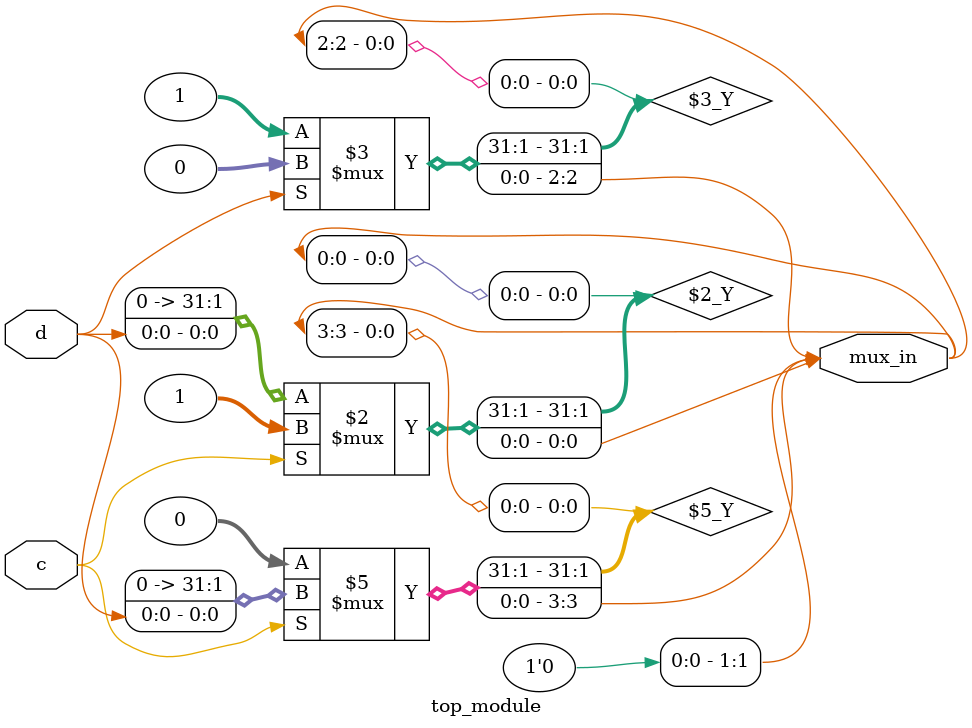
<source format=v>
module top_module (
    input c,
    input d,
    output [3:0] mux_in
); 

    // TODO IMP LUT implement K-map
    // After splitting the truth table into four columns,
	// the rest of this question involves implementing logic functions
	// using only multiplexers (no other gates).
	// I will use the conditional operator for each 2-to-1 mux: (s ? a : b)
	assign mux_in[0] = c ? 1 : d;          // 1 mux:   c|d
	assign mux_in[1] = 0;                  // No muxes:  0
	assign mux_in[2] = d ? 0 : 1;          // 1 mux:    ~d
	assign mux_in[3] = c ? d : 0;          // 1 mux:   c&d

endmodule
</source>
